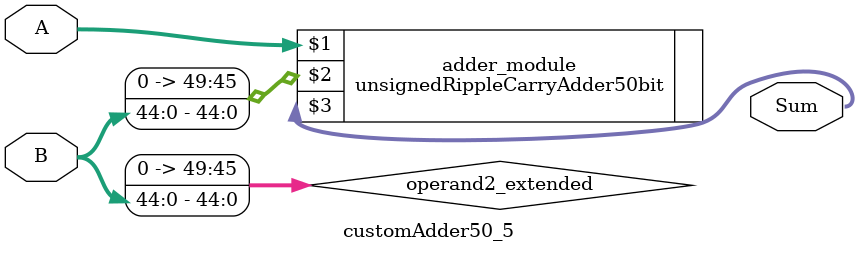
<source format=v>
module customAdder50_5(
                        input [49 : 0] A,
                        input [44 : 0] B,
                        
                        output [50 : 0] Sum
                );

        wire [49 : 0] operand2_extended;
        
        assign operand2_extended =  {5'b0, B};
        
        unsignedRippleCarryAdder50bit adder_module(
            A,
            operand2_extended,
            Sum
        );
        
        endmodule
        
</source>
